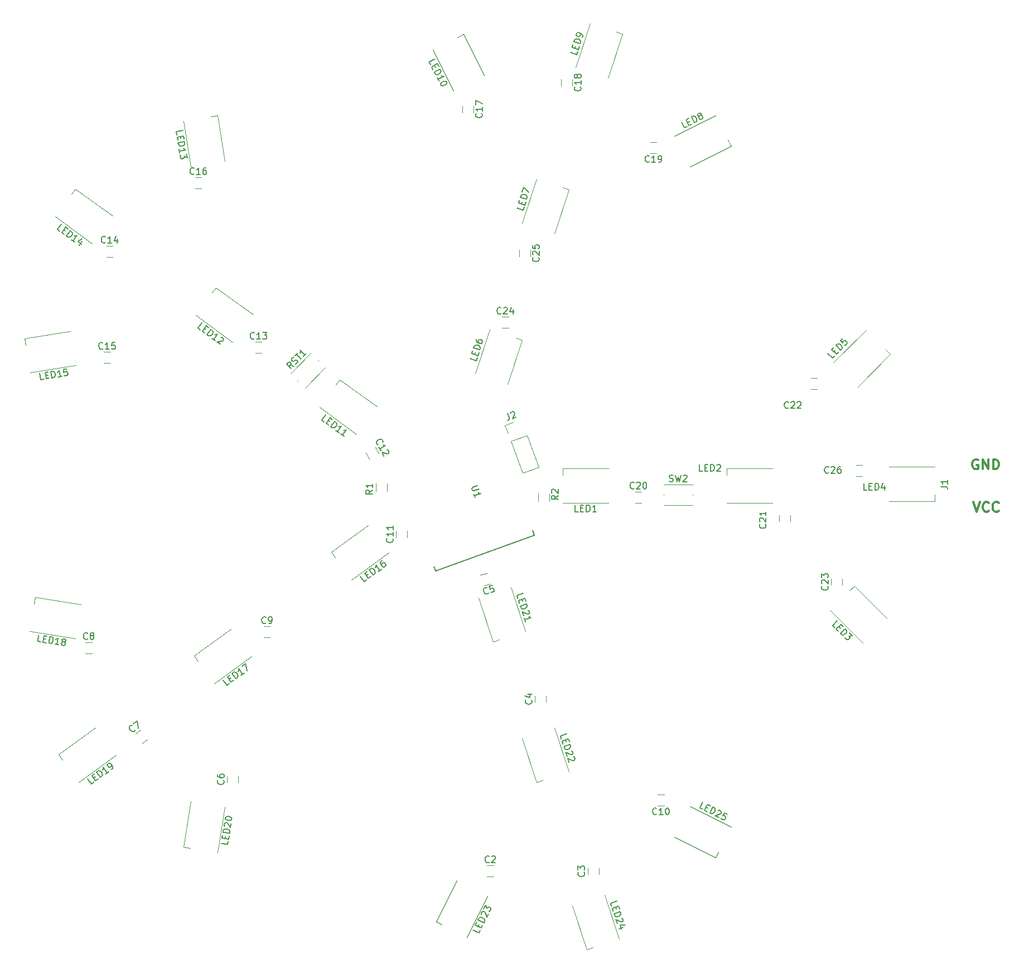
<source format=gbr>
G04 #@! TF.FileFunction,Legend,Top*
%FSLAX46Y46*%
G04 Gerber Fmt 4.6, Leading zero omitted, Abs format (unit mm)*
G04 Created by KiCad (PCBNEW 4.0.7) date 11/25/17 11:21:43*
%MOMM*%
%LPD*%
G01*
G04 APERTURE LIST*
%ADD10C,0.100000*%
%ADD11C,0.300000*%
%ADD12C,0.152400*%
%ADD13C,0.120000*%
%ADD14C,0.150000*%
G04 APERTURE END LIST*
D10*
D11*
X226981000Y-107382571D02*
X227481000Y-108882571D01*
X227981000Y-107382571D01*
X229338143Y-108739714D02*
X229266714Y-108811143D01*
X229052428Y-108882571D01*
X228909571Y-108882571D01*
X228695286Y-108811143D01*
X228552428Y-108668286D01*
X228481000Y-108525429D01*
X228409571Y-108239714D01*
X228409571Y-108025429D01*
X228481000Y-107739714D01*
X228552428Y-107596857D01*
X228695286Y-107454000D01*
X228909571Y-107382571D01*
X229052428Y-107382571D01*
X229266714Y-107454000D01*
X229338143Y-107525429D01*
X230838143Y-108739714D02*
X230766714Y-108811143D01*
X230552428Y-108882571D01*
X230409571Y-108882571D01*
X230195286Y-108811143D01*
X230052428Y-108668286D01*
X229981000Y-108525429D01*
X229909571Y-108239714D01*
X229909571Y-108025429D01*
X229981000Y-107739714D01*
X230052428Y-107596857D01*
X230195286Y-107454000D01*
X230409571Y-107382571D01*
X230552428Y-107382571D01*
X230766714Y-107454000D01*
X230838143Y-107525429D01*
X227711143Y-100977000D02*
X227568286Y-100905571D01*
X227354000Y-100905571D01*
X227139715Y-100977000D01*
X226996857Y-101119857D01*
X226925429Y-101262714D01*
X226854000Y-101548429D01*
X226854000Y-101762714D01*
X226925429Y-102048429D01*
X226996857Y-102191286D01*
X227139715Y-102334143D01*
X227354000Y-102405571D01*
X227496857Y-102405571D01*
X227711143Y-102334143D01*
X227782572Y-102262714D01*
X227782572Y-101762714D01*
X227496857Y-101762714D01*
X228425429Y-102405571D02*
X228425429Y-100905571D01*
X229282572Y-102405571D01*
X229282572Y-100905571D01*
X229996858Y-102405571D02*
X229996858Y-100905571D01*
X230354001Y-100905571D01*
X230568286Y-100977000D01*
X230711144Y-101119857D01*
X230782572Y-101262714D01*
X230854001Y-101548429D01*
X230854001Y-101762714D01*
X230782572Y-102048429D01*
X230711144Y-102191286D01*
X230568286Y-102334143D01*
X230354001Y-102405571D01*
X229996858Y-102405571D01*
D12*
X145097350Y-117180385D02*
X145357969Y-117896431D01*
X145357969Y-117896431D02*
X160394930Y-112423425D01*
X160394930Y-112423425D02*
X160134311Y-111707379D01*
D13*
X210186396Y-128773351D02*
X205236649Y-123823604D01*
X213863351Y-125096396D02*
X208913604Y-120146649D01*
X208913604Y-120146649D02*
X208206497Y-120853755D01*
X171648000Y-107502000D02*
X164648000Y-107502000D01*
X171648000Y-102302000D02*
X164648000Y-102302000D01*
X164648000Y-102302000D02*
X164648000Y-103302000D01*
X196540000Y-107502000D02*
X189540000Y-107502000D01*
X196540000Y-102302000D02*
X189540000Y-102302000D01*
X189540000Y-102302000D02*
X189540000Y-103302000D01*
X214178000Y-102048000D02*
X221178000Y-102048000D01*
X214178000Y-107248000D02*
X221178000Y-107248000D01*
X221178000Y-107248000D02*
X221178000Y-106248000D01*
X205744649Y-86234396D02*
X210694396Y-81284649D01*
X209421604Y-89911351D02*
X214371351Y-84961604D01*
X214371351Y-84961604D02*
X213664245Y-84254497D01*
X151385694Y-87869254D02*
X153548813Y-81211858D01*
X156331187Y-89476142D02*
X158494306Y-82818746D01*
X158494306Y-82818746D02*
X157543250Y-82509729D01*
X158497694Y-65009254D02*
X160660813Y-58351858D01*
X163443187Y-66616142D02*
X165606306Y-59958746D01*
X165606306Y-59958746D02*
X164655250Y-59649729D01*
X181629102Y-51850350D02*
X187866148Y-48672416D01*
X183989852Y-56483584D02*
X190226898Y-53305650D01*
X190226898Y-53305650D02*
X189772908Y-52414644D01*
X166625694Y-41387254D02*
X168788813Y-34729858D01*
X171571187Y-42994142D02*
X173734306Y-36336746D01*
X173734306Y-36336746D02*
X172783250Y-36027729D01*
X148116350Y-44938898D02*
X144938416Y-38701852D01*
X152749584Y-42578148D02*
X149571650Y-36341102D01*
X149571650Y-36341102D02*
X148680644Y-36795092D01*
X133383318Y-97124693D02*
X127720199Y-93010196D01*
X136439801Y-92917804D02*
X130776682Y-88803307D01*
X130776682Y-88803307D02*
X130188897Y-89612324D01*
X114587318Y-83154693D02*
X108924199Y-79040196D01*
X117643801Y-78947804D02*
X111980682Y-74833307D01*
X111980682Y-74833307D02*
X111392897Y-75642324D01*
X108215531Y-56441639D02*
X107120490Y-49527820D01*
X113351510Y-55628180D02*
X112256469Y-48714361D01*
X112256469Y-48714361D02*
X111268781Y-48870796D01*
X93251318Y-68168693D02*
X87588199Y-64054196D01*
X96307801Y-63961804D02*
X90644682Y-59847307D01*
X90644682Y-59847307D02*
X90056897Y-60656324D01*
X90731639Y-86602469D02*
X83817820Y-87697510D01*
X89918180Y-81466490D02*
X83004361Y-82561531D01*
X83004361Y-82561531D02*
X83160796Y-83549219D01*
X138217801Y-115108196D02*
X132554682Y-119222693D01*
X135161318Y-110901307D02*
X129498199Y-115015804D01*
X129498199Y-115015804D02*
X130085984Y-115824821D01*
X117389801Y-130856196D02*
X111726682Y-134970693D01*
X114333318Y-126649307D02*
X108670199Y-130763804D01*
X108670199Y-130763804D02*
X109257984Y-131572821D01*
X90680180Y-128083510D02*
X83766361Y-126988469D01*
X91493639Y-122947531D02*
X84579820Y-121852490D01*
X84579820Y-121852490D02*
X84423386Y-122840178D01*
X96815801Y-145842196D02*
X91152682Y-149956693D01*
X93759318Y-141635307D02*
X88096199Y-145749804D01*
X88096199Y-145749804D02*
X88683984Y-146558821D01*
X113351510Y-153667820D02*
X112256469Y-160581639D01*
X108215531Y-152854361D02*
X107120490Y-159768180D01*
X107120490Y-159768180D02*
X108108178Y-159924614D01*
X156839187Y-120327858D02*
X159002306Y-126985254D01*
X151893694Y-121934746D02*
X154056813Y-128592142D01*
X154056813Y-128592142D02*
X155007869Y-128283125D01*
X163443187Y-141663858D02*
X165606306Y-148321254D01*
X158497694Y-143270746D02*
X160660813Y-149928142D01*
X160660813Y-149928142D02*
X161611869Y-149619125D01*
X153257584Y-167225852D02*
X150079650Y-173462898D01*
X148624350Y-164865102D02*
X145446416Y-171102148D01*
X145446416Y-171102148D02*
X146337423Y-171556138D01*
X171063187Y-167063858D02*
X173226306Y-173721254D01*
X166117694Y-168670746D02*
X168280813Y-175328142D01*
X168280813Y-175328142D02*
X169231869Y-175019125D01*
X183989852Y-153574416D02*
X190226898Y-156752350D01*
X181629102Y-158207650D02*
X187866148Y-161385584D01*
X187866148Y-161385584D02*
X188320138Y-160494577D01*
X154170000Y-162599000D02*
X153170000Y-162599000D01*
X153170000Y-164299000D02*
X154170000Y-164299000D01*
X168441000Y-162949000D02*
X168441000Y-163949000D01*
X170141000Y-163949000D02*
X170141000Y-162949000D01*
X160440000Y-136787000D02*
X160440000Y-137787000D01*
X162140000Y-137787000D02*
X162140000Y-136787000D01*
X152695136Y-120088907D02*
X153646193Y-119779890D01*
X153120864Y-118163093D02*
X152169807Y-118472110D01*
X113704000Y-148979000D02*
X113704000Y-149979000D01*
X115404000Y-149979000D02*
X115404000Y-148979000D01*
X100615891Y-142020443D02*
X99806874Y-142608228D01*
X100806109Y-143983557D02*
X101615126Y-143395772D01*
X93210000Y-128690000D02*
X92210000Y-128690000D01*
X92210000Y-130390000D02*
X93210000Y-130390000D01*
X120261000Y-126277000D02*
X119261000Y-126277000D01*
X119261000Y-127977000D02*
X120261000Y-127977000D01*
X179078000Y-153504000D02*
X180078000Y-153504000D01*
X180078000Y-151804000D02*
X179078000Y-151804000D01*
X139358000Y-111768000D02*
X139358000Y-112768000D01*
X141058000Y-112768000D02*
X141058000Y-111768000D01*
X136749122Y-99957013D02*
X136249122Y-99090987D01*
X134776878Y-99940987D02*
X135276878Y-100807013D01*
X118991000Y-83097000D02*
X117991000Y-83097000D01*
X117991000Y-84797000D02*
X118991000Y-84797000D01*
X96385000Y-68492000D02*
X95385000Y-68492000D01*
X95385000Y-70192000D02*
X96385000Y-70192000D01*
X96004000Y-84621000D02*
X95004000Y-84621000D01*
X95004000Y-86321000D02*
X96004000Y-86321000D01*
X109847000Y-58078000D02*
X108847000Y-58078000D01*
X108847000Y-59778000D02*
X109847000Y-59778000D01*
X151091000Y-48252000D02*
X151091000Y-47252000D01*
X149391000Y-47252000D02*
X149391000Y-48252000D01*
X166077000Y-44188000D02*
X166077000Y-43188000D01*
X164377000Y-43188000D02*
X164377000Y-44188000D01*
X177935000Y-54444000D02*
X178935000Y-54444000D01*
X178935000Y-52744000D02*
X177935000Y-52744000D01*
X176649000Y-105830000D02*
X175649000Y-105830000D01*
X175649000Y-107530000D02*
X176649000Y-107530000D01*
X199224000Y-110355000D02*
X199224000Y-109355000D01*
X197524000Y-109355000D02*
X197524000Y-110355000D01*
X202319000Y-90258000D02*
X203319000Y-90258000D01*
X203319000Y-88558000D02*
X202319000Y-88558000D01*
X205398000Y-119007000D02*
X205398000Y-120007000D01*
X207098000Y-120007000D02*
X207098000Y-119007000D01*
X156456000Y-79287000D02*
X155456000Y-79287000D01*
X155456000Y-80987000D02*
X156456000Y-80987000D01*
X159727000Y-70096000D02*
X159727000Y-69096000D01*
X158027000Y-69096000D02*
X158027000Y-70096000D01*
X209177000Y-103466000D02*
X210177000Y-103466000D01*
X210177000Y-101766000D02*
X209177000Y-101766000D01*
X136280000Y-105756000D02*
X136280000Y-104556000D01*
X138040000Y-104556000D02*
X138040000Y-105756000D01*
X162678000Y-106080000D02*
X162678000Y-107280000D01*
X160918000Y-107280000D02*
X160918000Y-106080000D01*
X127574990Y-85919220D02*
X127504280Y-85848510D01*
X125524381Y-90091150D02*
X128635650Y-86979881D01*
X126443619Y-84787850D02*
X123332350Y-87899119D01*
X124463720Y-89030490D02*
X124393010Y-88959780D01*
X184381500Y-106349000D02*
X184381500Y-106249000D01*
X179981500Y-107849000D02*
X184381500Y-107849000D01*
X184381500Y-104749000D02*
X179981500Y-104749000D01*
X179981500Y-106349000D02*
X179981500Y-106249000D01*
X158549558Y-102998316D02*
X161049140Y-102088543D01*
X156791574Y-98168296D02*
X158549558Y-102998316D01*
X159291157Y-97258523D02*
X161049140Y-102088543D01*
X156791574Y-98168296D02*
X159291157Y-97258523D01*
X156357209Y-96974887D02*
X155902322Y-95725096D01*
X155902322Y-95725096D02*
X157152113Y-95270209D01*
D14*
X151749702Y-104893236D02*
X150988998Y-105170109D01*
X150915790Y-105247430D01*
X150887330Y-105308464D01*
X150875156Y-105414245D01*
X150940303Y-105593235D01*
X151017623Y-105666442D01*
X151078657Y-105694903D01*
X151184438Y-105707077D01*
X151945142Y-105430203D01*
X151347469Y-106711916D02*
X151152029Y-106174949D01*
X151249749Y-106443432D02*
X152189442Y-106101412D01*
X152022627Y-106060777D01*
X151900559Y-106003856D01*
X151823238Y-105930648D01*
X222083381Y-105044833D02*
X222797667Y-105044833D01*
X222940524Y-105092453D01*
X223035762Y-105187691D01*
X223083381Y-105330548D01*
X223083381Y-105425786D01*
X223083381Y-104044833D02*
X223083381Y-104616262D01*
X223083381Y-104330548D02*
X222083381Y-104330548D01*
X222226238Y-104425786D01*
X222321476Y-104521024D01*
X222369095Y-104616262D01*
X205963959Y-126463470D02*
X205627241Y-126126752D01*
X206334348Y-125419645D01*
X206570050Y-126328782D02*
X206805753Y-126564485D01*
X206536379Y-127035890D02*
X206199661Y-126699172D01*
X206906767Y-125992065D01*
X207243485Y-126328783D01*
X206839424Y-127338935D02*
X207546531Y-126631829D01*
X207714889Y-126800187D01*
X207782233Y-126934875D01*
X207782233Y-127069562D01*
X207748562Y-127170577D01*
X207647547Y-127338935D01*
X207546531Y-127439951D01*
X207378172Y-127540966D01*
X207277157Y-127574638D01*
X207142470Y-127574638D01*
X207007783Y-127507294D01*
X206839424Y-127338935D01*
X208186294Y-127271592D02*
X208624027Y-127709325D01*
X208118951Y-127742996D01*
X208219967Y-127844012D01*
X208253638Y-127945027D01*
X208253638Y-128012370D01*
X208219966Y-128113386D01*
X208051607Y-128281745D01*
X207950592Y-128315417D01*
X207883249Y-128315417D01*
X207782233Y-128281745D01*
X207580202Y-128079714D01*
X207546531Y-127978699D01*
X207546531Y-127911355D01*
X167028953Y-108854381D02*
X166552762Y-108854381D01*
X166552762Y-107854381D01*
X167362286Y-108330571D02*
X167695620Y-108330571D01*
X167838477Y-108854381D02*
X167362286Y-108854381D01*
X167362286Y-107854381D01*
X167838477Y-107854381D01*
X168267048Y-108854381D02*
X168267048Y-107854381D01*
X168505143Y-107854381D01*
X168648001Y-107902000D01*
X168743239Y-107997238D01*
X168790858Y-108092476D01*
X168838477Y-108282952D01*
X168838477Y-108425810D01*
X168790858Y-108616286D01*
X168743239Y-108711524D01*
X168648001Y-108806762D01*
X168505143Y-108854381D01*
X168267048Y-108854381D01*
X169790858Y-108854381D02*
X169219429Y-108854381D01*
X169505143Y-108854381D02*
X169505143Y-107854381D01*
X169409905Y-107997238D01*
X169314667Y-108092476D01*
X169219429Y-108140095D01*
X185888453Y-102687381D02*
X185412262Y-102687381D01*
X185412262Y-101687381D01*
X186221786Y-102163571D02*
X186555120Y-102163571D01*
X186697977Y-102687381D02*
X186221786Y-102687381D01*
X186221786Y-101687381D01*
X186697977Y-101687381D01*
X187126548Y-102687381D02*
X187126548Y-101687381D01*
X187364643Y-101687381D01*
X187507501Y-101735000D01*
X187602739Y-101830238D01*
X187650358Y-101925476D01*
X187697977Y-102115952D01*
X187697977Y-102258810D01*
X187650358Y-102449286D01*
X187602739Y-102544524D01*
X187507501Y-102639762D01*
X187364643Y-102687381D01*
X187126548Y-102687381D01*
X188078929Y-101782619D02*
X188126548Y-101735000D01*
X188221786Y-101687381D01*
X188459882Y-101687381D01*
X188555120Y-101735000D01*
X188602739Y-101782619D01*
X188650358Y-101877857D01*
X188650358Y-101973095D01*
X188602739Y-102115952D01*
X188031310Y-102687381D01*
X188650358Y-102687381D01*
X210843953Y-105544881D02*
X210367762Y-105544881D01*
X210367762Y-104544881D01*
X211177286Y-105021071D02*
X211510620Y-105021071D01*
X211653477Y-105544881D02*
X211177286Y-105544881D01*
X211177286Y-104544881D01*
X211653477Y-104544881D01*
X212082048Y-105544881D02*
X212082048Y-104544881D01*
X212320143Y-104544881D01*
X212463001Y-104592500D01*
X212558239Y-104687738D01*
X212605858Y-104782976D01*
X212653477Y-104973452D01*
X212653477Y-105116310D01*
X212605858Y-105306786D01*
X212558239Y-105402024D01*
X212463001Y-105497262D01*
X212320143Y-105544881D01*
X212082048Y-105544881D01*
X213510620Y-104878214D02*
X213510620Y-105544881D01*
X213272524Y-104497262D02*
X213034429Y-105211548D01*
X213653477Y-105211548D01*
X205967096Y-85185167D02*
X205630378Y-85521885D01*
X204923271Y-84814778D01*
X205832408Y-84579076D02*
X206068111Y-84343373D01*
X206539516Y-84612747D02*
X206202798Y-84949465D01*
X205495691Y-84242359D01*
X205832409Y-83905641D01*
X206842561Y-84309702D02*
X206135455Y-83602595D01*
X206303813Y-83434237D01*
X206438501Y-83366893D01*
X206573188Y-83366893D01*
X206674203Y-83400564D01*
X206842561Y-83501579D01*
X206943577Y-83602595D01*
X207044592Y-83770954D01*
X207078264Y-83871969D01*
X207078264Y-84006656D01*
X207010920Y-84141343D01*
X206842561Y-84309702D01*
X207179279Y-82558771D02*
X206842561Y-82895488D01*
X207145607Y-83265877D01*
X207145607Y-83198534D01*
X207179278Y-83097519D01*
X207347638Y-82929159D01*
X207448653Y-82895488D01*
X207515996Y-82895488D01*
X207617012Y-82929160D01*
X207785371Y-83097519D01*
X207819043Y-83198534D01*
X207819043Y-83265877D01*
X207785371Y-83366893D01*
X207617012Y-83535252D01*
X207515996Y-83568924D01*
X207448653Y-83568924D01*
X151695737Y-85466511D02*
X151548586Y-85919396D01*
X150597530Y-85610379D01*
X151300570Y-84987627D02*
X151403576Y-84670607D01*
X151945894Y-84696608D02*
X151798743Y-85149493D01*
X150847686Y-84840476D01*
X150994838Y-84387591D01*
X152078330Y-84289013D02*
X151127273Y-83979996D01*
X151200849Y-83753554D01*
X151290283Y-83632403D01*
X151410289Y-83571257D01*
X151515581Y-83555399D01*
X151711450Y-83568970D01*
X151847316Y-83613116D01*
X152013754Y-83717265D01*
X152089616Y-83791983D01*
X152150762Y-83911990D01*
X152151905Y-84062571D01*
X152078330Y-84289013D01*
X151568726Y-82621343D02*
X151509866Y-82802498D01*
X151525724Y-82907790D01*
X151556297Y-82967793D01*
X151662732Y-83102515D01*
X151829170Y-83206664D01*
X152191478Y-83324385D01*
X152296770Y-83308526D01*
X152356773Y-83277953D01*
X152431492Y-83202091D01*
X152490353Y-83020937D01*
X152474494Y-82915645D01*
X152443921Y-82855642D01*
X152368059Y-82780923D01*
X152141618Y-82707348D01*
X152036325Y-82723206D01*
X151976322Y-82753779D01*
X151901603Y-82829641D01*
X151842742Y-83010795D01*
X151858601Y-83116087D01*
X151889174Y-83176090D01*
X151965036Y-83250809D01*
X158807737Y-62606511D02*
X158660586Y-63059396D01*
X157709530Y-62750379D01*
X158412570Y-62127627D02*
X158515576Y-61810607D01*
X159057894Y-61836608D02*
X158910743Y-62289493D01*
X157959686Y-61980476D01*
X158106838Y-61527591D01*
X159190330Y-61429013D02*
X158239273Y-61119996D01*
X158312849Y-60893554D01*
X158402283Y-60772403D01*
X158522289Y-60711257D01*
X158627581Y-60695399D01*
X158823450Y-60708970D01*
X158959316Y-60753116D01*
X159125754Y-60857265D01*
X159201616Y-60931983D01*
X159262762Y-61051990D01*
X159263905Y-61202571D01*
X159190330Y-61429013D01*
X158518860Y-60259516D02*
X158724872Y-59625478D01*
X159543492Y-60342091D01*
X183547331Y-50370588D02*
X183123042Y-50586774D01*
X182669052Y-49695768D01*
X183606529Y-49752540D02*
X183903531Y-49601210D01*
X184268623Y-50003072D02*
X183844333Y-50219258D01*
X183390343Y-49328252D01*
X183814632Y-49112065D01*
X184650482Y-49808505D02*
X184196492Y-48917498D01*
X184408636Y-48809405D01*
X184557542Y-48786978D01*
X184685637Y-48828599D01*
X184771303Y-48891838D01*
X184900206Y-49039934D01*
X184965062Y-49167222D01*
X185009107Y-49358556D01*
X185009916Y-49465032D01*
X184968295Y-49593127D01*
X184862626Y-49700412D01*
X184650482Y-49808505D01*
X185409352Y-48780512D02*
X185302876Y-48781320D01*
X185238828Y-48760510D01*
X185153162Y-48697271D01*
X185131544Y-48654842D01*
X185130735Y-48548365D01*
X185151546Y-48484318D01*
X185214785Y-48398652D01*
X185384501Y-48312177D01*
X185490977Y-48311369D01*
X185555025Y-48332179D01*
X185640691Y-48395418D01*
X185662309Y-48437847D01*
X185663118Y-48544323D01*
X185642307Y-48608371D01*
X185579068Y-48694037D01*
X185409352Y-48780512D01*
X185346113Y-48866178D01*
X185325303Y-48930225D01*
X185326111Y-49036702D01*
X185412586Y-49206417D01*
X185498252Y-49269657D01*
X185562299Y-49290467D01*
X185668775Y-49289659D01*
X185838492Y-49203184D01*
X185901731Y-49117518D01*
X185922541Y-49053470D01*
X185921733Y-48946994D01*
X185835258Y-48777279D01*
X185749592Y-48714039D01*
X185685544Y-48693229D01*
X185579068Y-48694037D01*
X166935737Y-38984511D02*
X166788586Y-39437396D01*
X165837530Y-39128379D01*
X166540570Y-38505627D02*
X166643576Y-38188607D01*
X167185894Y-38214608D02*
X167038743Y-38667493D01*
X166087686Y-38358476D01*
X166234838Y-37905591D01*
X167318330Y-37807013D02*
X166367273Y-37497996D01*
X166440849Y-37271554D01*
X166530283Y-37150403D01*
X166650289Y-37089257D01*
X166755581Y-37073399D01*
X166951450Y-37086970D01*
X167087316Y-37131116D01*
X167253754Y-37235265D01*
X167329616Y-37309983D01*
X167390762Y-37429990D01*
X167391905Y-37580571D01*
X167318330Y-37807013D01*
X167642062Y-36810668D02*
X167700922Y-36629515D01*
X167685064Y-36524222D01*
X167654491Y-36464219D01*
X167548056Y-36329497D01*
X167381618Y-36225348D01*
X167019310Y-36107627D01*
X166914018Y-36123485D01*
X166854015Y-36154058D01*
X166779296Y-36229920D01*
X166720435Y-36411074D01*
X166736294Y-36516366D01*
X166766867Y-36576370D01*
X166842729Y-36651088D01*
X167069170Y-36724664D01*
X167174462Y-36708805D01*
X167234467Y-36678232D01*
X167309185Y-36602371D01*
X167368046Y-36421216D01*
X167352188Y-36315925D01*
X167321613Y-36255921D01*
X167245752Y-36181202D01*
X144598180Y-41012976D02*
X144381993Y-40588687D01*
X145273000Y-40134696D01*
X145216228Y-41072173D02*
X145367558Y-41369176D01*
X144965696Y-41734267D02*
X144749510Y-41309978D01*
X145640516Y-40855988D01*
X145856702Y-41280277D01*
X145160263Y-42116127D02*
X146051270Y-41662136D01*
X146159362Y-41874281D01*
X146181790Y-42023187D01*
X146140169Y-42151281D01*
X146076930Y-42236947D01*
X145928833Y-42365851D01*
X145801546Y-42430707D01*
X145610212Y-42474752D01*
X145503736Y-42475561D01*
X145375641Y-42433940D01*
X145268356Y-42328271D01*
X145160263Y-42116127D01*
X145852058Y-43473852D02*
X145592635Y-42964705D01*
X145722346Y-43219278D02*
X146613353Y-42765287D01*
X146442829Y-42745285D01*
X146314734Y-42703665D01*
X146229068Y-42640426D01*
X147024106Y-43571436D02*
X147067344Y-43656295D01*
X147068152Y-43762771D01*
X147047342Y-43826818D01*
X146984103Y-43912484D01*
X146836006Y-44041387D01*
X146623861Y-44149481D01*
X146432527Y-44193526D01*
X146326051Y-44194334D01*
X146262003Y-44173524D01*
X146176337Y-44110285D01*
X146133100Y-44025427D01*
X146132291Y-43918950D01*
X146153102Y-43854903D01*
X146216341Y-43769237D01*
X146364438Y-43640334D01*
X146576583Y-43532240D01*
X146767917Y-43488195D01*
X146874393Y-43487387D01*
X146938440Y-43508197D01*
X147024106Y-43571436D01*
X128466274Y-95223886D02*
X128081028Y-94943987D01*
X128668813Y-94134971D01*
X129043834Y-94996043D02*
X129313507Y-95191971D01*
X129121193Y-95699712D02*
X128735947Y-95419814D01*
X129323732Y-94610797D01*
X129708978Y-94890695D01*
X129467914Y-95951620D02*
X130055700Y-95142603D01*
X130248323Y-95282551D01*
X130335907Y-95405046D01*
X130356977Y-95538074D01*
X130339522Y-95643113D01*
X130266088Y-95825201D01*
X130182118Y-95940776D01*
X130031634Y-96066884D01*
X129937130Y-96115944D01*
X129804102Y-96137014D01*
X129660537Y-96091568D01*
X129467914Y-95951620D01*
X130700703Y-96847293D02*
X130238407Y-96511415D01*
X130469554Y-96679354D02*
X131057340Y-95870337D01*
X130896321Y-95929931D01*
X130763292Y-95951000D01*
X130658254Y-95933546D01*
X131471195Y-97407088D02*
X131008899Y-97071211D01*
X131240047Y-97239149D02*
X131827832Y-96430132D01*
X131666814Y-96489726D01*
X131533785Y-96510796D01*
X131428746Y-96493341D01*
X109670274Y-81253886D02*
X109285028Y-80973987D01*
X109872813Y-80164971D01*
X110247834Y-81026043D02*
X110517507Y-81221971D01*
X110325193Y-81729712D02*
X109939947Y-81449814D01*
X110527732Y-80640797D01*
X110912978Y-80920695D01*
X110671914Y-81981620D02*
X111259700Y-81172603D01*
X111452323Y-81312551D01*
X111539907Y-81435046D01*
X111560977Y-81568074D01*
X111543522Y-81673113D01*
X111470088Y-81855201D01*
X111386118Y-81970776D01*
X111235634Y-82096884D01*
X111141130Y-82145944D01*
X111008102Y-82167014D01*
X110864537Y-82121568D01*
X110671914Y-81981620D01*
X111904703Y-82877293D02*
X111442407Y-82541415D01*
X111673554Y-82709354D02*
X112261340Y-81900337D01*
X112100321Y-81959931D01*
X111967292Y-81981000D01*
X111862254Y-81963546D01*
X112744705Y-82369243D02*
X112811219Y-82358708D01*
X112916258Y-82376163D01*
X113108882Y-82516112D01*
X113157941Y-82610616D01*
X113168476Y-82677131D01*
X113151021Y-82782169D01*
X113095042Y-82859219D01*
X112972548Y-82946803D01*
X112174375Y-83073221D01*
X112675195Y-83437088D01*
X106082729Y-51620691D02*
X106008237Y-51150363D01*
X106995925Y-50993928D01*
X106652235Y-51867978D02*
X106704380Y-52197208D01*
X106209367Y-52420248D02*
X106134874Y-51949920D01*
X107122562Y-51793486D01*
X107197055Y-52263814D01*
X106276410Y-52843543D02*
X107264098Y-52687109D01*
X107301345Y-52922272D01*
X107276660Y-53070821D01*
X107197493Y-53179785D01*
X107110877Y-53241716D01*
X106930195Y-53318546D01*
X106789096Y-53340893D01*
X106593516Y-53323658D01*
X106492001Y-53291524D01*
X106383037Y-53212357D01*
X106313656Y-53078707D01*
X106276410Y-52843543D01*
X106514786Y-54348592D02*
X106425395Y-53784199D01*
X106470091Y-54066395D02*
X107457779Y-53909961D01*
X107301782Y-53838243D01*
X107192818Y-53759076D01*
X107130887Y-53672460D01*
X107554620Y-54521387D02*
X107651460Y-55132814D01*
X107223053Y-54863177D01*
X107245401Y-55004277D01*
X107213267Y-55105791D01*
X107173683Y-55160273D01*
X107087066Y-55222205D01*
X106851903Y-55259451D01*
X106750388Y-55227317D01*
X106695906Y-55187733D01*
X106633975Y-55101117D01*
X106589279Y-54818920D01*
X106621413Y-54717405D01*
X106660997Y-54662923D01*
X88334274Y-66267886D02*
X87949028Y-65987987D01*
X88536813Y-65178971D01*
X88911834Y-66040043D02*
X89181507Y-66235971D01*
X88989193Y-66743712D02*
X88603947Y-66463814D01*
X89191732Y-65654797D01*
X89576978Y-65934695D01*
X89335914Y-66995620D02*
X89923700Y-66186603D01*
X90116323Y-66326551D01*
X90203907Y-66449046D01*
X90224977Y-66582074D01*
X90207522Y-66687113D01*
X90134088Y-66869201D01*
X90050118Y-66984776D01*
X89899634Y-67110884D01*
X89805130Y-67159944D01*
X89672102Y-67181014D01*
X89528537Y-67135568D01*
X89335914Y-66995620D01*
X90568703Y-67891293D02*
X90106407Y-67555415D01*
X90337554Y-67723354D02*
X90925340Y-66914337D01*
X90764321Y-66973931D01*
X90631292Y-66995000D01*
X90526254Y-66977546D01*
X91654003Y-67855764D02*
X91262146Y-68395109D01*
X91685297Y-67407618D02*
X91072827Y-67845538D01*
X91573648Y-68209406D01*
X85910691Y-88735271D02*
X85440363Y-88809763D01*
X85283928Y-87822075D01*
X86157978Y-88165765D02*
X86487208Y-88113620D01*
X86710248Y-88608633D02*
X86239920Y-88683126D01*
X86083486Y-87695438D01*
X86553814Y-87620945D01*
X87133543Y-88541590D02*
X86977109Y-87553902D01*
X87212272Y-87516655D01*
X87360821Y-87541340D01*
X87469785Y-87620507D01*
X87531716Y-87707123D01*
X87608546Y-87887805D01*
X87630893Y-88028904D01*
X87613658Y-88224484D01*
X87581524Y-88325999D01*
X87502357Y-88434963D01*
X87368707Y-88504344D01*
X87133543Y-88541590D01*
X88638592Y-88303214D02*
X88074199Y-88392605D01*
X88356395Y-88347909D02*
X88199961Y-87360221D01*
X88128243Y-87516218D01*
X88049076Y-87625182D01*
X87962460Y-87687113D01*
X89375781Y-87173989D02*
X88905452Y-87248482D01*
X88932912Y-87726258D01*
X88972496Y-87671776D01*
X89059112Y-87609845D01*
X89294277Y-87572599D01*
X89395791Y-87604733D01*
X89450273Y-87644317D01*
X89512205Y-87730934D01*
X89549451Y-87966097D01*
X89517317Y-88067612D01*
X89477733Y-88122094D01*
X89391117Y-88184025D01*
X89155952Y-88221272D01*
X89054438Y-88189138D01*
X88999956Y-88149554D01*
X134890576Y-119197200D02*
X134505330Y-119477098D01*
X133917544Y-118668081D01*
X134852360Y-118577501D02*
X135122033Y-118381572D01*
X135545495Y-118721374D02*
X135160248Y-119001272D01*
X134572463Y-118192255D01*
X134957710Y-117912357D01*
X135892216Y-118469466D02*
X135304431Y-117660449D01*
X135497054Y-117520501D01*
X135640618Y-117475055D01*
X135773647Y-117496125D01*
X135868151Y-117545184D01*
X136018634Y-117671293D01*
X136102604Y-117786868D01*
X136176039Y-117968956D01*
X136193493Y-118073995D01*
X136172424Y-118207023D01*
X136084839Y-118329518D01*
X135892216Y-118469466D01*
X137125004Y-117573793D02*
X136662709Y-117909671D01*
X136893856Y-117741732D02*
X136306071Y-116932715D01*
X136312991Y-117104269D01*
X136291921Y-117237297D01*
X136242862Y-117331801D01*
X137230662Y-116260960D02*
X137076563Y-116372920D01*
X137027504Y-116467424D01*
X137016969Y-116533938D01*
X137023889Y-116705491D01*
X137097323Y-116887580D01*
X137321242Y-117195777D01*
X137415746Y-117244836D01*
X137482260Y-117255371D01*
X137587299Y-117237916D01*
X137741398Y-117125957D01*
X137790458Y-117031453D01*
X137800993Y-116964938D01*
X137783538Y-116859899D01*
X137643589Y-116667277D01*
X137549084Y-116618216D01*
X137482570Y-116607681D01*
X137377531Y-116625136D01*
X137223432Y-116737096D01*
X137174373Y-116831600D01*
X137163838Y-116898114D01*
X137181293Y-117003154D01*
X114062576Y-134945200D02*
X113677330Y-135225098D01*
X113089544Y-134416081D01*
X114024360Y-134325501D02*
X114294033Y-134129572D01*
X114717495Y-134469374D02*
X114332248Y-134749272D01*
X113744463Y-133940255D01*
X114129710Y-133660357D01*
X115064216Y-134217466D02*
X114476431Y-133408449D01*
X114669054Y-133268501D01*
X114812618Y-133223055D01*
X114945647Y-133244125D01*
X115040151Y-133293184D01*
X115190634Y-133419293D01*
X115274604Y-133534868D01*
X115348039Y-133716956D01*
X115365493Y-133821995D01*
X115344424Y-133955023D01*
X115256839Y-134077518D01*
X115064216Y-134217466D01*
X116297004Y-133321793D02*
X115834709Y-133657671D01*
X116065856Y-133489732D02*
X115478071Y-132680715D01*
X115484991Y-132852269D01*
X115463921Y-132985297D01*
X115414862Y-133079801D01*
X115978891Y-132316848D02*
X116518236Y-131924991D01*
X116759299Y-132985916D01*
X85436113Y-128622170D02*
X84965785Y-128547678D01*
X85122219Y-127559989D01*
X85847284Y-128156954D02*
X86176514Y-128209099D01*
X86235670Y-128748808D02*
X85765342Y-128674315D01*
X85921777Y-127686627D01*
X86392105Y-127761119D01*
X86658965Y-128815851D02*
X86815400Y-127828163D01*
X87050563Y-127865409D01*
X87184213Y-127934790D01*
X87263380Y-128043754D01*
X87295514Y-128145268D01*
X87312750Y-128340848D01*
X87290402Y-128481948D01*
X87213572Y-128662629D01*
X87151641Y-128749245D01*
X87042677Y-128828412D01*
X86894129Y-128853097D01*
X86658965Y-128815851D01*
X88164014Y-129054227D02*
X87599621Y-128964836D01*
X87881817Y-129009532D02*
X88038252Y-128021843D01*
X87921838Y-128148043D01*
X87812874Y-128227210D01*
X87711360Y-128259344D01*
X88817798Y-128579225D02*
X88731182Y-128517293D01*
X88691599Y-128462811D01*
X88659464Y-128361297D01*
X88666914Y-128314264D01*
X88728845Y-128227648D01*
X88783327Y-128188064D01*
X88884842Y-128155930D01*
X89072974Y-128185727D01*
X89159590Y-128247658D01*
X89199173Y-128302140D01*
X89231307Y-128403655D01*
X89223858Y-128450688D01*
X89161927Y-128537304D01*
X89107445Y-128576888D01*
X89005930Y-128609022D01*
X88817798Y-128579225D01*
X88716284Y-128611359D01*
X88661802Y-128650942D01*
X88599870Y-128737560D01*
X88570073Y-128925690D01*
X88602207Y-129027205D01*
X88641791Y-129081687D01*
X88728407Y-129143618D01*
X88916539Y-129173416D01*
X89018054Y-129141281D01*
X89072536Y-129101698D01*
X89134467Y-129015082D01*
X89164264Y-128826951D01*
X89132130Y-128725435D01*
X89092546Y-128670953D01*
X89005930Y-128609022D01*
X93488576Y-149931200D02*
X93103330Y-150211098D01*
X92515544Y-149402081D01*
X93450360Y-149311501D02*
X93720033Y-149115572D01*
X94143495Y-149455374D02*
X93758248Y-149735272D01*
X93170463Y-148926255D01*
X93555710Y-148646357D01*
X94490216Y-149203466D02*
X93902431Y-148394449D01*
X94095054Y-148254501D01*
X94238618Y-148209055D01*
X94371647Y-148230125D01*
X94466151Y-148279184D01*
X94616634Y-148405293D01*
X94700604Y-148520868D01*
X94774039Y-148702956D01*
X94791493Y-148807995D01*
X94770424Y-148941023D01*
X94682839Y-149063518D01*
X94490216Y-149203466D01*
X95723004Y-148307793D02*
X95260709Y-148643671D01*
X95491856Y-148475732D02*
X94904071Y-147666715D01*
X94910991Y-147838269D01*
X94889921Y-147971297D01*
X94840862Y-148065801D01*
X96108250Y-148027896D02*
X96262348Y-147915937D01*
X96311409Y-147821432D01*
X96321943Y-147754918D01*
X96315023Y-147583365D01*
X96241589Y-147401277D01*
X96017670Y-147093079D01*
X95923166Y-147044020D01*
X95856652Y-147033485D01*
X95751613Y-147050940D01*
X95597514Y-147162899D01*
X95548455Y-147257403D01*
X95537920Y-147323918D01*
X95555375Y-147428957D01*
X95695323Y-147621580D01*
X95789827Y-147670639D01*
X95856342Y-147681175D01*
X95961381Y-147663720D01*
X96115480Y-147551760D01*
X96164540Y-147457256D01*
X96175074Y-147390741D01*
X96157619Y-147285702D01*
X113890170Y-158911887D02*
X113815678Y-159382215D01*
X112827989Y-159225781D01*
X113424954Y-158500716D02*
X113477099Y-158171486D01*
X114016808Y-158112330D02*
X113942315Y-158582658D01*
X112954627Y-158426223D01*
X113029119Y-157955895D01*
X114083851Y-157689035D02*
X113096163Y-157532600D01*
X113133409Y-157297437D01*
X113202790Y-157163787D01*
X113311754Y-157084620D01*
X113413268Y-157052486D01*
X113608848Y-157035250D01*
X113749948Y-157057598D01*
X113930629Y-157134428D01*
X114017245Y-157196359D01*
X114096412Y-157305323D01*
X114121097Y-157453871D01*
X114083851Y-157689035D01*
X113339213Y-156606843D02*
X113299630Y-156552361D01*
X113267496Y-156450847D01*
X113304742Y-156215682D01*
X113366673Y-156129066D01*
X113421155Y-156089482D01*
X113522670Y-156057348D01*
X113616735Y-156072247D01*
X113750384Y-156141627D01*
X114225387Y-156795412D01*
X114322227Y-156183986D01*
X113431379Y-155416126D02*
X113446278Y-155322059D01*
X113508209Y-155235443D01*
X113562691Y-155195859D01*
X113664206Y-155163725D01*
X113859786Y-155146490D01*
X114094951Y-155183736D01*
X114275632Y-155260566D01*
X114362249Y-155322497D01*
X114401832Y-155376979D01*
X114433966Y-155478494D01*
X114419068Y-155572560D01*
X114357136Y-155659176D01*
X114302654Y-155698760D01*
X114201140Y-155730894D01*
X114005560Y-155748130D01*
X113770395Y-155710883D01*
X113589713Y-155634054D01*
X113503097Y-155572122D01*
X113463514Y-155517640D01*
X113431379Y-155416126D01*
X157853502Y-122001073D02*
X157706351Y-121548188D01*
X158657408Y-121239171D01*
X158454681Y-122156225D02*
X158557687Y-122473245D01*
X158103659Y-122770976D02*
X157956508Y-122318091D01*
X158907565Y-122009074D01*
X159054716Y-122461959D01*
X158236095Y-123178571D02*
X159187151Y-122869554D01*
X159260727Y-123095996D01*
X159259584Y-123246577D01*
X159198437Y-123366584D01*
X159122576Y-123441303D01*
X158956137Y-123545451D01*
X158820271Y-123589597D01*
X158624403Y-123603169D01*
X158519111Y-123587311D01*
X158399104Y-123526164D01*
X158309670Y-123405013D01*
X158236095Y-123178571D01*
X159390877Y-123804753D02*
X159450880Y-123835326D01*
X159525599Y-123911187D01*
X159599174Y-124137630D01*
X159583316Y-124242922D01*
X159552743Y-124302925D01*
X159476881Y-124377644D01*
X159386304Y-124407074D01*
X159235724Y-124405931D01*
X158515682Y-124039051D01*
X158706978Y-124627801D01*
X159001280Y-125533569D02*
X158824699Y-124990108D01*
X158912989Y-125261838D02*
X159864046Y-124952821D01*
X159698750Y-124906389D01*
X159578744Y-124845243D01*
X159504025Y-124769381D01*
X164457502Y-143337073D02*
X164310351Y-142884188D01*
X165261408Y-142575171D01*
X165058681Y-143492225D02*
X165161687Y-143809245D01*
X164707659Y-144106976D02*
X164560508Y-143654091D01*
X165511565Y-143345074D01*
X165658716Y-143797959D01*
X164840095Y-144514571D02*
X165791151Y-144205554D01*
X165864727Y-144431996D01*
X165863584Y-144582577D01*
X165802437Y-144702584D01*
X165726576Y-144777303D01*
X165560137Y-144881451D01*
X165424271Y-144925597D01*
X165228403Y-144939169D01*
X165123111Y-144923311D01*
X165003104Y-144862164D01*
X164913670Y-144741013D01*
X164840095Y-144514571D01*
X165994877Y-145140753D02*
X166054880Y-145171326D01*
X166129599Y-145247187D01*
X166203174Y-145473630D01*
X166187316Y-145578922D01*
X166156743Y-145638925D01*
X166080881Y-145713644D01*
X165990304Y-145743074D01*
X165839724Y-145741931D01*
X165119682Y-145375051D01*
X165310978Y-145963801D01*
X166289178Y-146046521D02*
X166349182Y-146077094D01*
X166423900Y-146152956D01*
X166497476Y-146379398D01*
X166481618Y-146484690D01*
X166451045Y-146544694D01*
X166375183Y-146619412D01*
X166284606Y-146648842D01*
X166134026Y-146647699D01*
X165413984Y-146280819D01*
X165605280Y-146869569D01*
X152149375Y-172379711D02*
X151933188Y-172804000D01*
X151042182Y-172350010D01*
X151833986Y-171844905D02*
X151985317Y-171547902D01*
X152516891Y-171658420D02*
X152300705Y-172082709D01*
X151409698Y-171628719D01*
X151625884Y-171204429D01*
X152711458Y-171276560D02*
X151820451Y-170822570D01*
X151928544Y-170610426D01*
X152035829Y-170504757D01*
X152163924Y-170463136D01*
X152270400Y-170463945D01*
X152461734Y-170507990D01*
X152589022Y-170572846D01*
X152737118Y-170701749D01*
X152800358Y-170787415D01*
X152841978Y-170915510D01*
X152819551Y-171064416D01*
X152711458Y-171276560D01*
X152337681Y-170017229D02*
X152316871Y-169953182D01*
X152317679Y-169846706D01*
X152425772Y-169634561D01*
X152511438Y-169571322D01*
X152575486Y-169550511D01*
X152681962Y-169551320D01*
X152766820Y-169594557D01*
X152872488Y-169701841D01*
X153122211Y-170470412D01*
X153403253Y-169918836D01*
X152663577Y-169167843D02*
X152944619Y-168616268D01*
X153132719Y-169086219D01*
X153197575Y-168958932D01*
X153283241Y-168895692D01*
X153347288Y-168874882D01*
X153453766Y-168875691D01*
X153665910Y-168983784D01*
X153729149Y-169069450D01*
X153749959Y-169133497D01*
X153749151Y-169239973D01*
X153619439Y-169494547D01*
X153533773Y-169557786D01*
X153469725Y-169578597D01*
X172077502Y-168737073D02*
X171930351Y-168284188D01*
X172881408Y-167975171D01*
X172678681Y-168892225D02*
X172781687Y-169209245D01*
X172327659Y-169506976D02*
X172180508Y-169054091D01*
X173131565Y-168745074D01*
X173278716Y-169197959D01*
X172460095Y-169914571D02*
X173411151Y-169605554D01*
X173484727Y-169831996D01*
X173483584Y-169982577D01*
X173422437Y-170102584D01*
X173346576Y-170177303D01*
X173180137Y-170281451D01*
X173044271Y-170325597D01*
X172848403Y-170339169D01*
X172743111Y-170323311D01*
X172623104Y-170262164D01*
X172533670Y-170141013D01*
X172460095Y-169914571D01*
X173614877Y-170540753D02*
X173674880Y-170571326D01*
X173749599Y-170647187D01*
X173823174Y-170873630D01*
X173807316Y-170978922D01*
X173776743Y-171038925D01*
X173700881Y-171113644D01*
X173610304Y-171143074D01*
X173459724Y-171141931D01*
X172739682Y-170775051D01*
X172930978Y-171363801D01*
X173829888Y-171972981D02*
X173195850Y-172178992D01*
X174118619Y-171628817D02*
X173365717Y-171623102D01*
X173557014Y-172211852D01*
X185890223Y-154040329D02*
X185465934Y-153824142D01*
X185919924Y-152933136D01*
X186425029Y-153724940D02*
X186722032Y-153876271D01*
X186611514Y-154407845D02*
X186187225Y-154191659D01*
X186641215Y-153300652D01*
X187065505Y-153516838D01*
X186993374Y-154602412D02*
X187447364Y-153711405D01*
X187659508Y-153819498D01*
X187765177Y-153926783D01*
X187806798Y-154054878D01*
X187805989Y-154161354D01*
X187761944Y-154352688D01*
X187697088Y-154479976D01*
X187568185Y-154628072D01*
X187482519Y-154691312D01*
X187354424Y-154732932D01*
X187205518Y-154710505D01*
X186993374Y-154602412D01*
X188252705Y-154228635D02*
X188316752Y-154207825D01*
X188423228Y-154208633D01*
X188635373Y-154316726D01*
X188698612Y-154402392D01*
X188719423Y-154466440D01*
X188718614Y-154572916D01*
X188675377Y-154657774D01*
X188568093Y-154763442D01*
X187799522Y-155013165D01*
X188351098Y-155294207D01*
X189611238Y-154813954D02*
X189186948Y-154597768D01*
X188928334Y-155000438D01*
X188992381Y-154979627D01*
X189098857Y-154980436D01*
X189311002Y-155088529D01*
X189374242Y-155174195D01*
X189395052Y-155238242D01*
X189394243Y-155344720D01*
X189286150Y-155556864D01*
X189200484Y-155620103D01*
X189136437Y-155640913D01*
X189029961Y-155640105D01*
X188817815Y-155532011D01*
X188754576Y-155446345D01*
X188733766Y-155382298D01*
X153503334Y-162056143D02*
X153455715Y-162103762D01*
X153312858Y-162151381D01*
X153217620Y-162151381D01*
X153074762Y-162103762D01*
X152979524Y-162008524D01*
X152931905Y-161913286D01*
X152884286Y-161722810D01*
X152884286Y-161579952D01*
X152931905Y-161389476D01*
X152979524Y-161294238D01*
X153074762Y-161199000D01*
X153217620Y-161151381D01*
X153312858Y-161151381D01*
X153455715Y-161199000D01*
X153503334Y-161246619D01*
X153884286Y-161246619D02*
X153931905Y-161199000D01*
X154027143Y-161151381D01*
X154265239Y-161151381D01*
X154360477Y-161199000D01*
X154408096Y-161246619D01*
X154455715Y-161341857D01*
X154455715Y-161437095D01*
X154408096Y-161579952D01*
X153836667Y-162151381D01*
X154455715Y-162151381D01*
X167898143Y-163615666D02*
X167945762Y-163663285D01*
X167993381Y-163806142D01*
X167993381Y-163901380D01*
X167945762Y-164044238D01*
X167850524Y-164139476D01*
X167755286Y-164187095D01*
X167564810Y-164234714D01*
X167421952Y-164234714D01*
X167231476Y-164187095D01*
X167136238Y-164139476D01*
X167041000Y-164044238D01*
X166993381Y-163901380D01*
X166993381Y-163806142D01*
X167041000Y-163663285D01*
X167088619Y-163615666D01*
X166993381Y-163282333D02*
X166993381Y-162663285D01*
X167374333Y-162996619D01*
X167374333Y-162853761D01*
X167421952Y-162758523D01*
X167469571Y-162710904D01*
X167564810Y-162663285D01*
X167802905Y-162663285D01*
X167898143Y-162710904D01*
X167945762Y-162758523D01*
X167993381Y-162853761D01*
X167993381Y-163139476D01*
X167945762Y-163234714D01*
X167898143Y-163282333D01*
X159897143Y-137453666D02*
X159944762Y-137501285D01*
X159992381Y-137644142D01*
X159992381Y-137739380D01*
X159944762Y-137882238D01*
X159849524Y-137977476D01*
X159754286Y-138025095D01*
X159563810Y-138072714D01*
X159420952Y-138072714D01*
X159230476Y-138025095D01*
X159135238Y-137977476D01*
X159040000Y-137882238D01*
X158992381Y-137739380D01*
X158992381Y-137644142D01*
X159040000Y-137501285D01*
X159087619Y-137453666D01*
X159325714Y-136596523D02*
X159992381Y-136596523D01*
X158944762Y-136834619D02*
X159659048Y-137072714D01*
X159659048Y-136453666D01*
X153400634Y-121181515D02*
X153370061Y-121241518D01*
X153248911Y-121330952D01*
X153158334Y-121360382D01*
X153007753Y-121359239D01*
X152887746Y-121298093D01*
X152813028Y-121222231D01*
X152708879Y-121055793D01*
X152664734Y-120919927D01*
X152651162Y-120724058D01*
X152667020Y-120618766D01*
X152728167Y-120498759D01*
X152849317Y-120409325D01*
X152939894Y-120379895D01*
X153090474Y-120381038D01*
X153150478Y-120411612D01*
X153981527Y-120041448D02*
X153528643Y-120188599D01*
X153630505Y-120656198D01*
X153661079Y-120596195D01*
X153736940Y-120521476D01*
X153963383Y-120447900D01*
X154068675Y-120463758D01*
X154128678Y-120494332D01*
X154203397Y-120570194D01*
X154276972Y-120796636D01*
X154261114Y-120901928D01*
X154230541Y-120961931D01*
X154154679Y-121036650D01*
X153928237Y-121110226D01*
X153822945Y-121094367D01*
X153762941Y-121063794D01*
X113161143Y-149645666D02*
X113208762Y-149693285D01*
X113256381Y-149836142D01*
X113256381Y-149931380D01*
X113208762Y-150074238D01*
X113113524Y-150169476D01*
X113018286Y-150217095D01*
X112827810Y-150264714D01*
X112684952Y-150264714D01*
X112494476Y-150217095D01*
X112399238Y-150169476D01*
X112304000Y-150074238D01*
X112256381Y-149931380D01*
X112256381Y-149836142D01*
X112304000Y-149693285D01*
X112351619Y-149645666D01*
X112256381Y-148788523D02*
X112256381Y-148979000D01*
X112304000Y-149074238D01*
X112351619Y-149121857D01*
X112494476Y-149217095D01*
X112684952Y-149264714D01*
X113065905Y-149264714D01*
X113161143Y-149217095D01*
X113208762Y-149169476D01*
X113256381Y-149074238D01*
X113256381Y-148883761D01*
X113208762Y-148788523D01*
X113161143Y-148740904D01*
X113065905Y-148693285D01*
X112827810Y-148693285D01*
X112732571Y-148740904D01*
X112684952Y-148788523D01*
X112637333Y-148883761D01*
X112637333Y-149074238D01*
X112684952Y-149169476D01*
X112732571Y-149217095D01*
X112827810Y-149264714D01*
X99757464Y-141973119D02*
X99746929Y-142039633D01*
X99659345Y-142162127D01*
X99582296Y-142218106D01*
X99438731Y-142263551D01*
X99305703Y-142242482D01*
X99211199Y-142193422D01*
X99060715Y-142067314D01*
X98976745Y-141951739D01*
X98903311Y-141769651D01*
X98885856Y-141664612D01*
X98906926Y-141531584D01*
X98994511Y-141409089D01*
X99071560Y-141353110D01*
X99215123Y-141307665D01*
X99281637Y-141318200D01*
X99495330Y-141045223D02*
X100034675Y-140653365D01*
X100275738Y-141714291D01*
X92543334Y-128147143D02*
X92495715Y-128194762D01*
X92352858Y-128242381D01*
X92257620Y-128242381D01*
X92114762Y-128194762D01*
X92019524Y-128099524D01*
X91971905Y-128004286D01*
X91924286Y-127813810D01*
X91924286Y-127670952D01*
X91971905Y-127480476D01*
X92019524Y-127385238D01*
X92114762Y-127290000D01*
X92257620Y-127242381D01*
X92352858Y-127242381D01*
X92495715Y-127290000D01*
X92543334Y-127337619D01*
X93114762Y-127670952D02*
X93019524Y-127623333D01*
X92971905Y-127575714D01*
X92924286Y-127480476D01*
X92924286Y-127432857D01*
X92971905Y-127337619D01*
X93019524Y-127290000D01*
X93114762Y-127242381D01*
X93305239Y-127242381D01*
X93400477Y-127290000D01*
X93448096Y-127337619D01*
X93495715Y-127432857D01*
X93495715Y-127480476D01*
X93448096Y-127575714D01*
X93400477Y-127623333D01*
X93305239Y-127670952D01*
X93114762Y-127670952D01*
X93019524Y-127718571D01*
X92971905Y-127766190D01*
X92924286Y-127861429D01*
X92924286Y-128051905D01*
X92971905Y-128147143D01*
X93019524Y-128194762D01*
X93114762Y-128242381D01*
X93305239Y-128242381D01*
X93400477Y-128194762D01*
X93448096Y-128147143D01*
X93495715Y-128051905D01*
X93495715Y-127861429D01*
X93448096Y-127766190D01*
X93400477Y-127718571D01*
X93305239Y-127670952D01*
X119594334Y-125734143D02*
X119546715Y-125781762D01*
X119403858Y-125829381D01*
X119308620Y-125829381D01*
X119165762Y-125781762D01*
X119070524Y-125686524D01*
X119022905Y-125591286D01*
X118975286Y-125400810D01*
X118975286Y-125257952D01*
X119022905Y-125067476D01*
X119070524Y-124972238D01*
X119165762Y-124877000D01*
X119308620Y-124829381D01*
X119403858Y-124829381D01*
X119546715Y-124877000D01*
X119594334Y-124924619D01*
X120070524Y-125829381D02*
X120261000Y-125829381D01*
X120356239Y-125781762D01*
X120403858Y-125734143D01*
X120499096Y-125591286D01*
X120546715Y-125400810D01*
X120546715Y-125019857D01*
X120499096Y-124924619D01*
X120451477Y-124877000D01*
X120356239Y-124829381D01*
X120165762Y-124829381D01*
X120070524Y-124877000D01*
X120022905Y-124924619D01*
X119975286Y-125019857D01*
X119975286Y-125257952D01*
X120022905Y-125353190D01*
X120070524Y-125400810D01*
X120165762Y-125448429D01*
X120356239Y-125448429D01*
X120451477Y-125400810D01*
X120499096Y-125353190D01*
X120546715Y-125257952D01*
X178935143Y-154761143D02*
X178887524Y-154808762D01*
X178744667Y-154856381D01*
X178649429Y-154856381D01*
X178506571Y-154808762D01*
X178411333Y-154713524D01*
X178363714Y-154618286D01*
X178316095Y-154427810D01*
X178316095Y-154284952D01*
X178363714Y-154094476D01*
X178411333Y-153999238D01*
X178506571Y-153904000D01*
X178649429Y-153856381D01*
X178744667Y-153856381D01*
X178887524Y-153904000D01*
X178935143Y-153951619D01*
X179887524Y-154856381D02*
X179316095Y-154856381D01*
X179601809Y-154856381D02*
X179601809Y-153856381D01*
X179506571Y-153999238D01*
X179411333Y-154094476D01*
X179316095Y-154142095D01*
X180506571Y-153856381D02*
X180601810Y-153856381D01*
X180697048Y-153904000D01*
X180744667Y-153951619D01*
X180792286Y-154046857D01*
X180839905Y-154237333D01*
X180839905Y-154475429D01*
X180792286Y-154665905D01*
X180744667Y-154761143D01*
X180697048Y-154808762D01*
X180601810Y-154856381D01*
X180506571Y-154856381D01*
X180411333Y-154808762D01*
X180363714Y-154761143D01*
X180316095Y-154665905D01*
X180268476Y-154475429D01*
X180268476Y-154237333D01*
X180316095Y-154046857D01*
X180363714Y-153951619D01*
X180411333Y-153904000D01*
X180506571Y-153856381D01*
X138815143Y-112910857D02*
X138862762Y-112958476D01*
X138910381Y-113101333D01*
X138910381Y-113196571D01*
X138862762Y-113339429D01*
X138767524Y-113434667D01*
X138672286Y-113482286D01*
X138481810Y-113529905D01*
X138338952Y-113529905D01*
X138148476Y-113482286D01*
X138053238Y-113434667D01*
X137958000Y-113339429D01*
X137910381Y-113196571D01*
X137910381Y-113101333D01*
X137958000Y-112958476D01*
X138005619Y-112910857D01*
X138910381Y-111958476D02*
X138910381Y-112529905D01*
X138910381Y-112244191D02*
X137910381Y-112244191D01*
X138053238Y-112339429D01*
X138148476Y-112434667D01*
X138196095Y-112529905D01*
X138910381Y-111006095D02*
X138910381Y-111577524D01*
X138910381Y-111291810D02*
X137910381Y-111291810D01*
X138053238Y-111387048D01*
X138148476Y-111482286D01*
X138196095Y-111577524D01*
X136647821Y-98695841D02*
X136582772Y-98678411D01*
X136470104Y-98578503D01*
X136422485Y-98496024D01*
X136392295Y-98348496D01*
X136427155Y-98218399D01*
X136485824Y-98129540D01*
X136626971Y-97993063D01*
X136750690Y-97921634D01*
X136939457Y-97867635D01*
X137045745Y-97861256D01*
X137175842Y-97896115D01*
X137288510Y-97996024D01*
X137336129Y-98078503D01*
X137366319Y-98226030D01*
X137348889Y-98291079D01*
X137041533Y-99568246D02*
X136755818Y-99073374D01*
X136898675Y-99320810D02*
X137764700Y-98820810D01*
X137593364Y-98809760D01*
X137463266Y-98774900D01*
X137374408Y-98716231D01*
X138015555Y-99445779D02*
X138080604Y-99463209D01*
X138169462Y-99521878D01*
X138288510Y-99728075D01*
X138294890Y-99834363D01*
X138277460Y-99899412D01*
X138218791Y-99988270D01*
X138136313Y-100035889D01*
X137988786Y-100066079D01*
X137208199Y-99856921D01*
X137517723Y-100393032D01*
X117848143Y-82554143D02*
X117800524Y-82601762D01*
X117657667Y-82649381D01*
X117562429Y-82649381D01*
X117419571Y-82601762D01*
X117324333Y-82506524D01*
X117276714Y-82411286D01*
X117229095Y-82220810D01*
X117229095Y-82077952D01*
X117276714Y-81887476D01*
X117324333Y-81792238D01*
X117419571Y-81697000D01*
X117562429Y-81649381D01*
X117657667Y-81649381D01*
X117800524Y-81697000D01*
X117848143Y-81744619D01*
X118800524Y-82649381D02*
X118229095Y-82649381D01*
X118514809Y-82649381D02*
X118514809Y-81649381D01*
X118419571Y-81792238D01*
X118324333Y-81887476D01*
X118229095Y-81935095D01*
X119133857Y-81649381D02*
X119752905Y-81649381D01*
X119419571Y-82030333D01*
X119562429Y-82030333D01*
X119657667Y-82077952D01*
X119705286Y-82125571D01*
X119752905Y-82220810D01*
X119752905Y-82458905D01*
X119705286Y-82554143D01*
X119657667Y-82601762D01*
X119562429Y-82649381D01*
X119276714Y-82649381D01*
X119181476Y-82601762D01*
X119133857Y-82554143D01*
X95242143Y-67949143D02*
X95194524Y-67996762D01*
X95051667Y-68044381D01*
X94956429Y-68044381D01*
X94813571Y-67996762D01*
X94718333Y-67901524D01*
X94670714Y-67806286D01*
X94623095Y-67615810D01*
X94623095Y-67472952D01*
X94670714Y-67282476D01*
X94718333Y-67187238D01*
X94813571Y-67092000D01*
X94956429Y-67044381D01*
X95051667Y-67044381D01*
X95194524Y-67092000D01*
X95242143Y-67139619D01*
X96194524Y-68044381D02*
X95623095Y-68044381D01*
X95908809Y-68044381D02*
X95908809Y-67044381D01*
X95813571Y-67187238D01*
X95718333Y-67282476D01*
X95623095Y-67330095D01*
X97051667Y-67377714D02*
X97051667Y-68044381D01*
X96813571Y-66996762D02*
X96575476Y-67711048D01*
X97194524Y-67711048D01*
X94861143Y-84078143D02*
X94813524Y-84125762D01*
X94670667Y-84173381D01*
X94575429Y-84173381D01*
X94432571Y-84125762D01*
X94337333Y-84030524D01*
X94289714Y-83935286D01*
X94242095Y-83744810D01*
X94242095Y-83601952D01*
X94289714Y-83411476D01*
X94337333Y-83316238D01*
X94432571Y-83221000D01*
X94575429Y-83173381D01*
X94670667Y-83173381D01*
X94813524Y-83221000D01*
X94861143Y-83268619D01*
X95813524Y-84173381D02*
X95242095Y-84173381D01*
X95527809Y-84173381D02*
X95527809Y-83173381D01*
X95432571Y-83316238D01*
X95337333Y-83411476D01*
X95242095Y-83459095D01*
X96718286Y-83173381D02*
X96242095Y-83173381D01*
X96194476Y-83649571D01*
X96242095Y-83601952D01*
X96337333Y-83554333D01*
X96575429Y-83554333D01*
X96670667Y-83601952D01*
X96718286Y-83649571D01*
X96765905Y-83744810D01*
X96765905Y-83982905D01*
X96718286Y-84078143D01*
X96670667Y-84125762D01*
X96575429Y-84173381D01*
X96337333Y-84173381D01*
X96242095Y-84125762D01*
X96194476Y-84078143D01*
X108704143Y-57535143D02*
X108656524Y-57582762D01*
X108513667Y-57630381D01*
X108418429Y-57630381D01*
X108275571Y-57582762D01*
X108180333Y-57487524D01*
X108132714Y-57392286D01*
X108085095Y-57201810D01*
X108085095Y-57058952D01*
X108132714Y-56868476D01*
X108180333Y-56773238D01*
X108275571Y-56678000D01*
X108418429Y-56630381D01*
X108513667Y-56630381D01*
X108656524Y-56678000D01*
X108704143Y-56725619D01*
X109656524Y-57630381D02*
X109085095Y-57630381D01*
X109370809Y-57630381D02*
X109370809Y-56630381D01*
X109275571Y-56773238D01*
X109180333Y-56868476D01*
X109085095Y-56916095D01*
X110513667Y-56630381D02*
X110323190Y-56630381D01*
X110227952Y-56678000D01*
X110180333Y-56725619D01*
X110085095Y-56868476D01*
X110037476Y-57058952D01*
X110037476Y-57439905D01*
X110085095Y-57535143D01*
X110132714Y-57582762D01*
X110227952Y-57630381D01*
X110418429Y-57630381D01*
X110513667Y-57582762D01*
X110561286Y-57535143D01*
X110608905Y-57439905D01*
X110608905Y-57201810D01*
X110561286Y-57106571D01*
X110513667Y-57058952D01*
X110418429Y-57011333D01*
X110227952Y-57011333D01*
X110132714Y-57058952D01*
X110085095Y-57106571D01*
X110037476Y-57201810D01*
X152348143Y-48394857D02*
X152395762Y-48442476D01*
X152443381Y-48585333D01*
X152443381Y-48680571D01*
X152395762Y-48823429D01*
X152300524Y-48918667D01*
X152205286Y-48966286D01*
X152014810Y-49013905D01*
X151871952Y-49013905D01*
X151681476Y-48966286D01*
X151586238Y-48918667D01*
X151491000Y-48823429D01*
X151443381Y-48680571D01*
X151443381Y-48585333D01*
X151491000Y-48442476D01*
X151538619Y-48394857D01*
X152443381Y-47442476D02*
X152443381Y-48013905D01*
X152443381Y-47728191D02*
X151443381Y-47728191D01*
X151586238Y-47823429D01*
X151681476Y-47918667D01*
X151729095Y-48013905D01*
X151443381Y-47109143D02*
X151443381Y-46442476D01*
X152443381Y-46871048D01*
X167334143Y-44330857D02*
X167381762Y-44378476D01*
X167429381Y-44521333D01*
X167429381Y-44616571D01*
X167381762Y-44759429D01*
X167286524Y-44854667D01*
X167191286Y-44902286D01*
X167000810Y-44949905D01*
X166857952Y-44949905D01*
X166667476Y-44902286D01*
X166572238Y-44854667D01*
X166477000Y-44759429D01*
X166429381Y-44616571D01*
X166429381Y-44521333D01*
X166477000Y-44378476D01*
X166524619Y-44330857D01*
X167429381Y-43378476D02*
X167429381Y-43949905D01*
X167429381Y-43664191D02*
X166429381Y-43664191D01*
X166572238Y-43759429D01*
X166667476Y-43854667D01*
X166715095Y-43949905D01*
X166857952Y-42807048D02*
X166810333Y-42902286D01*
X166762714Y-42949905D01*
X166667476Y-42997524D01*
X166619857Y-42997524D01*
X166524619Y-42949905D01*
X166477000Y-42902286D01*
X166429381Y-42807048D01*
X166429381Y-42616571D01*
X166477000Y-42521333D01*
X166524619Y-42473714D01*
X166619857Y-42426095D01*
X166667476Y-42426095D01*
X166762714Y-42473714D01*
X166810333Y-42521333D01*
X166857952Y-42616571D01*
X166857952Y-42807048D01*
X166905571Y-42902286D01*
X166953190Y-42949905D01*
X167048429Y-42997524D01*
X167238905Y-42997524D01*
X167334143Y-42949905D01*
X167381762Y-42902286D01*
X167429381Y-42807048D01*
X167429381Y-42616571D01*
X167381762Y-42521333D01*
X167334143Y-42473714D01*
X167238905Y-42426095D01*
X167048429Y-42426095D01*
X166953190Y-42473714D01*
X166905571Y-42521333D01*
X166857952Y-42616571D01*
X177792143Y-55701143D02*
X177744524Y-55748762D01*
X177601667Y-55796381D01*
X177506429Y-55796381D01*
X177363571Y-55748762D01*
X177268333Y-55653524D01*
X177220714Y-55558286D01*
X177173095Y-55367810D01*
X177173095Y-55224952D01*
X177220714Y-55034476D01*
X177268333Y-54939238D01*
X177363571Y-54844000D01*
X177506429Y-54796381D01*
X177601667Y-54796381D01*
X177744524Y-54844000D01*
X177792143Y-54891619D01*
X178744524Y-55796381D02*
X178173095Y-55796381D01*
X178458809Y-55796381D02*
X178458809Y-54796381D01*
X178363571Y-54939238D01*
X178268333Y-55034476D01*
X178173095Y-55082095D01*
X179220714Y-55796381D02*
X179411190Y-55796381D01*
X179506429Y-55748762D01*
X179554048Y-55701143D01*
X179649286Y-55558286D01*
X179696905Y-55367810D01*
X179696905Y-54986857D01*
X179649286Y-54891619D01*
X179601667Y-54844000D01*
X179506429Y-54796381D01*
X179315952Y-54796381D01*
X179220714Y-54844000D01*
X179173095Y-54891619D01*
X179125476Y-54986857D01*
X179125476Y-55224952D01*
X179173095Y-55320190D01*
X179220714Y-55367810D01*
X179315952Y-55415429D01*
X179506429Y-55415429D01*
X179601667Y-55367810D01*
X179649286Y-55320190D01*
X179696905Y-55224952D01*
X175506143Y-105287143D02*
X175458524Y-105334762D01*
X175315667Y-105382381D01*
X175220429Y-105382381D01*
X175077571Y-105334762D01*
X174982333Y-105239524D01*
X174934714Y-105144286D01*
X174887095Y-104953810D01*
X174887095Y-104810952D01*
X174934714Y-104620476D01*
X174982333Y-104525238D01*
X175077571Y-104430000D01*
X175220429Y-104382381D01*
X175315667Y-104382381D01*
X175458524Y-104430000D01*
X175506143Y-104477619D01*
X175887095Y-104477619D02*
X175934714Y-104430000D01*
X176029952Y-104382381D01*
X176268048Y-104382381D01*
X176363286Y-104430000D01*
X176410905Y-104477619D01*
X176458524Y-104572857D01*
X176458524Y-104668095D01*
X176410905Y-104810952D01*
X175839476Y-105382381D01*
X176458524Y-105382381D01*
X177077571Y-104382381D02*
X177172810Y-104382381D01*
X177268048Y-104430000D01*
X177315667Y-104477619D01*
X177363286Y-104572857D01*
X177410905Y-104763333D01*
X177410905Y-105001429D01*
X177363286Y-105191905D01*
X177315667Y-105287143D01*
X177268048Y-105334762D01*
X177172810Y-105382381D01*
X177077571Y-105382381D01*
X176982333Y-105334762D01*
X176934714Y-105287143D01*
X176887095Y-105191905D01*
X176839476Y-105001429D01*
X176839476Y-104763333D01*
X176887095Y-104572857D01*
X176934714Y-104477619D01*
X176982333Y-104430000D01*
X177077571Y-104382381D01*
X195429143Y-110751857D02*
X195476762Y-110799476D01*
X195524381Y-110942333D01*
X195524381Y-111037571D01*
X195476762Y-111180429D01*
X195381524Y-111275667D01*
X195286286Y-111323286D01*
X195095810Y-111370905D01*
X194952952Y-111370905D01*
X194762476Y-111323286D01*
X194667238Y-111275667D01*
X194572000Y-111180429D01*
X194524381Y-111037571D01*
X194524381Y-110942333D01*
X194572000Y-110799476D01*
X194619619Y-110751857D01*
X194619619Y-110370905D02*
X194572000Y-110323286D01*
X194524381Y-110228048D01*
X194524381Y-109989952D01*
X194572000Y-109894714D01*
X194619619Y-109847095D01*
X194714857Y-109799476D01*
X194810095Y-109799476D01*
X194952952Y-109847095D01*
X195524381Y-110418524D01*
X195524381Y-109799476D01*
X195524381Y-108847095D02*
X195524381Y-109418524D01*
X195524381Y-109132810D02*
X194524381Y-109132810D01*
X194667238Y-109228048D01*
X194762476Y-109323286D01*
X194810095Y-109418524D01*
X198937643Y-93067143D02*
X198890024Y-93114762D01*
X198747167Y-93162381D01*
X198651929Y-93162381D01*
X198509071Y-93114762D01*
X198413833Y-93019524D01*
X198366214Y-92924286D01*
X198318595Y-92733810D01*
X198318595Y-92590952D01*
X198366214Y-92400476D01*
X198413833Y-92305238D01*
X198509071Y-92210000D01*
X198651929Y-92162381D01*
X198747167Y-92162381D01*
X198890024Y-92210000D01*
X198937643Y-92257619D01*
X199318595Y-92257619D02*
X199366214Y-92210000D01*
X199461452Y-92162381D01*
X199699548Y-92162381D01*
X199794786Y-92210000D01*
X199842405Y-92257619D01*
X199890024Y-92352857D01*
X199890024Y-92448095D01*
X199842405Y-92590952D01*
X199270976Y-93162381D01*
X199890024Y-93162381D01*
X200270976Y-92257619D02*
X200318595Y-92210000D01*
X200413833Y-92162381D01*
X200651929Y-92162381D01*
X200747167Y-92210000D01*
X200794786Y-92257619D01*
X200842405Y-92352857D01*
X200842405Y-92448095D01*
X200794786Y-92590952D01*
X200223357Y-93162381D01*
X200842405Y-93162381D01*
X204855143Y-120149857D02*
X204902762Y-120197476D01*
X204950381Y-120340333D01*
X204950381Y-120435571D01*
X204902762Y-120578429D01*
X204807524Y-120673667D01*
X204712286Y-120721286D01*
X204521810Y-120768905D01*
X204378952Y-120768905D01*
X204188476Y-120721286D01*
X204093238Y-120673667D01*
X203998000Y-120578429D01*
X203950381Y-120435571D01*
X203950381Y-120340333D01*
X203998000Y-120197476D01*
X204045619Y-120149857D01*
X204045619Y-119768905D02*
X203998000Y-119721286D01*
X203950381Y-119626048D01*
X203950381Y-119387952D01*
X203998000Y-119292714D01*
X204045619Y-119245095D01*
X204140857Y-119197476D01*
X204236095Y-119197476D01*
X204378952Y-119245095D01*
X204950381Y-119816524D01*
X204950381Y-119197476D01*
X203950381Y-118864143D02*
X203950381Y-118245095D01*
X204331333Y-118578429D01*
X204331333Y-118435571D01*
X204378952Y-118340333D01*
X204426571Y-118292714D01*
X204521810Y-118245095D01*
X204759905Y-118245095D01*
X204855143Y-118292714D01*
X204902762Y-118340333D01*
X204950381Y-118435571D01*
X204950381Y-118721286D01*
X204902762Y-118816524D01*
X204855143Y-118864143D01*
X155313143Y-78744143D02*
X155265524Y-78791762D01*
X155122667Y-78839381D01*
X155027429Y-78839381D01*
X154884571Y-78791762D01*
X154789333Y-78696524D01*
X154741714Y-78601286D01*
X154694095Y-78410810D01*
X154694095Y-78267952D01*
X154741714Y-78077476D01*
X154789333Y-77982238D01*
X154884571Y-77887000D01*
X155027429Y-77839381D01*
X155122667Y-77839381D01*
X155265524Y-77887000D01*
X155313143Y-77934619D01*
X155694095Y-77934619D02*
X155741714Y-77887000D01*
X155836952Y-77839381D01*
X156075048Y-77839381D01*
X156170286Y-77887000D01*
X156217905Y-77934619D01*
X156265524Y-78029857D01*
X156265524Y-78125095D01*
X156217905Y-78267952D01*
X155646476Y-78839381D01*
X156265524Y-78839381D01*
X157122667Y-78172714D02*
X157122667Y-78839381D01*
X156884571Y-77791762D02*
X156646476Y-78506048D01*
X157265524Y-78506048D01*
X160984143Y-70238857D02*
X161031762Y-70286476D01*
X161079381Y-70429333D01*
X161079381Y-70524571D01*
X161031762Y-70667429D01*
X160936524Y-70762667D01*
X160841286Y-70810286D01*
X160650810Y-70857905D01*
X160507952Y-70857905D01*
X160317476Y-70810286D01*
X160222238Y-70762667D01*
X160127000Y-70667429D01*
X160079381Y-70524571D01*
X160079381Y-70429333D01*
X160127000Y-70286476D01*
X160174619Y-70238857D01*
X160174619Y-69857905D02*
X160127000Y-69810286D01*
X160079381Y-69715048D01*
X160079381Y-69476952D01*
X160127000Y-69381714D01*
X160174619Y-69334095D01*
X160269857Y-69286476D01*
X160365095Y-69286476D01*
X160507952Y-69334095D01*
X161079381Y-69905524D01*
X161079381Y-69286476D01*
X160079381Y-68381714D02*
X160079381Y-68857905D01*
X160555571Y-68905524D01*
X160507952Y-68857905D01*
X160460333Y-68762667D01*
X160460333Y-68524571D01*
X160507952Y-68429333D01*
X160555571Y-68381714D01*
X160650810Y-68334095D01*
X160888905Y-68334095D01*
X160984143Y-68381714D01*
X161031762Y-68429333D01*
X161079381Y-68524571D01*
X161079381Y-68762667D01*
X161031762Y-68857905D01*
X160984143Y-68905524D01*
X205033643Y-102909643D02*
X204986024Y-102957262D01*
X204843167Y-103004881D01*
X204747929Y-103004881D01*
X204605071Y-102957262D01*
X204509833Y-102862024D01*
X204462214Y-102766786D01*
X204414595Y-102576310D01*
X204414595Y-102433452D01*
X204462214Y-102242976D01*
X204509833Y-102147738D01*
X204605071Y-102052500D01*
X204747929Y-102004881D01*
X204843167Y-102004881D01*
X204986024Y-102052500D01*
X205033643Y-102100119D01*
X205414595Y-102100119D02*
X205462214Y-102052500D01*
X205557452Y-102004881D01*
X205795548Y-102004881D01*
X205890786Y-102052500D01*
X205938405Y-102100119D01*
X205986024Y-102195357D01*
X205986024Y-102290595D01*
X205938405Y-102433452D01*
X205366976Y-103004881D01*
X205986024Y-103004881D01*
X206843167Y-102004881D02*
X206652690Y-102004881D01*
X206557452Y-102052500D01*
X206509833Y-102100119D01*
X206414595Y-102242976D01*
X206366976Y-102433452D01*
X206366976Y-102814405D01*
X206414595Y-102909643D01*
X206462214Y-102957262D01*
X206557452Y-103004881D01*
X206747929Y-103004881D01*
X206843167Y-102957262D01*
X206890786Y-102909643D01*
X206938405Y-102814405D01*
X206938405Y-102576310D01*
X206890786Y-102481071D01*
X206843167Y-102433452D01*
X206747929Y-102385833D01*
X206557452Y-102385833D01*
X206462214Y-102433452D01*
X206414595Y-102481071D01*
X206366976Y-102576310D01*
X135770881Y-105576666D02*
X135294690Y-105910000D01*
X135770881Y-106148095D02*
X134770881Y-106148095D01*
X134770881Y-105767142D01*
X134818500Y-105671904D01*
X134866119Y-105624285D01*
X134961357Y-105576666D01*
X135104214Y-105576666D01*
X135199452Y-105624285D01*
X135247071Y-105671904D01*
X135294690Y-105767142D01*
X135294690Y-106148095D01*
X135770881Y-104624285D02*
X135770881Y-105195714D01*
X135770881Y-104910000D02*
X134770881Y-104910000D01*
X134913738Y-105005238D01*
X135008976Y-105100476D01*
X135056595Y-105195714D01*
X163964881Y-106402166D02*
X163488690Y-106735500D01*
X163964881Y-106973595D02*
X162964881Y-106973595D01*
X162964881Y-106592642D01*
X163012500Y-106497404D01*
X163060119Y-106449785D01*
X163155357Y-106402166D01*
X163298214Y-106402166D01*
X163393452Y-106449785D01*
X163441071Y-106497404D01*
X163488690Y-106592642D01*
X163488690Y-106973595D01*
X163060119Y-106021214D02*
X163012500Y-105973595D01*
X162964881Y-105878357D01*
X162964881Y-105640261D01*
X163012500Y-105545023D01*
X163060119Y-105497404D01*
X163155357Y-105449785D01*
X163250595Y-105449785D01*
X163393452Y-105497404D01*
X163964881Y-106068833D01*
X163964881Y-105449785D01*
X123847527Y-86750912D02*
X123275107Y-86649897D01*
X123443466Y-87154973D02*
X122736359Y-86447866D01*
X123005734Y-86178492D01*
X123106749Y-86144820D01*
X123174092Y-86144820D01*
X123275107Y-86178492D01*
X123376123Y-86279507D01*
X123409794Y-86380522D01*
X123409794Y-86447866D01*
X123376123Y-86548881D01*
X123106748Y-86818255D01*
X124083229Y-86447866D02*
X124217916Y-86380523D01*
X124386276Y-86212164D01*
X124419947Y-86111149D01*
X124419947Y-86043805D01*
X124386276Y-85942790D01*
X124318932Y-85875447D01*
X124217917Y-85841775D01*
X124150574Y-85841775D01*
X124049558Y-85875446D01*
X123881198Y-85976462D01*
X123780183Y-86010133D01*
X123712840Y-86010133D01*
X123611825Y-85976462D01*
X123544481Y-85909118D01*
X123510810Y-85808103D01*
X123510810Y-85740760D01*
X123544481Y-85639745D01*
X123712841Y-85471385D01*
X123847527Y-85404042D01*
X124015886Y-85168340D02*
X124419947Y-84764278D01*
X124925023Y-85673416D02*
X124217916Y-84966310D01*
X125733146Y-84865294D02*
X125329084Y-85269355D01*
X125531115Y-85067325D02*
X124824008Y-84360218D01*
X124857680Y-84528576D01*
X124857680Y-84663263D01*
X124824008Y-84764278D01*
X180848167Y-104253762D02*
X180991024Y-104301381D01*
X181229120Y-104301381D01*
X181324358Y-104253762D01*
X181371977Y-104206143D01*
X181419596Y-104110905D01*
X181419596Y-104015667D01*
X181371977Y-103920429D01*
X181324358Y-103872810D01*
X181229120Y-103825190D01*
X181038643Y-103777571D01*
X180943405Y-103729952D01*
X180895786Y-103682333D01*
X180848167Y-103587095D01*
X180848167Y-103491857D01*
X180895786Y-103396619D01*
X180943405Y-103349000D01*
X181038643Y-103301381D01*
X181276739Y-103301381D01*
X181419596Y-103349000D01*
X181752929Y-103301381D02*
X181991024Y-104301381D01*
X182181501Y-103587095D01*
X182371977Y-104301381D01*
X182610072Y-103301381D01*
X182943405Y-103396619D02*
X182991024Y-103349000D01*
X183086262Y-103301381D01*
X183324358Y-103301381D01*
X183419596Y-103349000D01*
X183467215Y-103396619D01*
X183514834Y-103491857D01*
X183514834Y-103587095D01*
X183467215Y-103729952D01*
X182895786Y-104301381D01*
X183514834Y-104301381D01*
X156309566Y-93929929D02*
X156553866Y-94601138D01*
X156557978Y-94751667D01*
X156501057Y-94873735D01*
X156383102Y-94967342D01*
X156293607Y-94999915D01*
X156744864Y-93872844D02*
X156773325Y-93811810D01*
X156846532Y-93734489D01*
X157070269Y-93653056D01*
X157176051Y-93665229D01*
X157237084Y-93693690D01*
X157314405Y-93766898D01*
X157346978Y-93856392D01*
X157351091Y-94006921D01*
X157009564Y-94739328D01*
X157591278Y-94527602D01*
M02*

</source>
